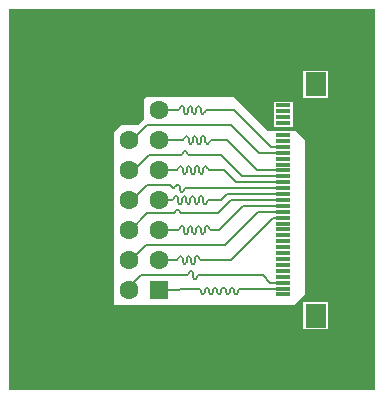
<source format=gtl>
G04*
G04 #@! TF.GenerationSoftware,Altium Limited,Altium Designer,21.4.1 (30)*
G04*
G04 Layer_Physical_Order=1*
G04 Layer_Color=255*
%FSLAX25Y25*%
%MOIN*%
G70*
G04*
G04 #@! TF.SameCoordinates,6122799F-D76E-4B8B-AD8C-C151083860E1*
G04*
G04*
G04 #@! TF.FilePolarity,Positive*
G04*
G01*
G75*
%ADD13R,0.05118X0.01181*%
%ADD14R,0.07087X0.07874*%
%ADD15C,0.06299*%
%ADD16R,0.06299X0.06299*%
%ADD17C,0.00598*%
%ADD18C,0.01181*%
%ADD19C,0.01968*%
G36*
X241000Y52500D02*
X119000D01*
Y179500D01*
X241000D01*
Y52500D01*
D02*
G37*
%LPC*%
G36*
X225279Y159118D02*
X216996D01*
Y150047D01*
X225279D01*
Y159118D01*
D02*
G37*
G36*
X213469Y148685D02*
X207154D01*
Y146307D01*
Y144339D01*
Y142370D01*
Y140402D01*
X213469D01*
Y142370D01*
Y144339D01*
Y146307D01*
Y148685D01*
D02*
G37*
G36*
X193000Y151000D02*
X165500D01*
X164000Y149500D01*
Y143000D01*
X162000Y141000D01*
X156500D01*
X154000Y138500D01*
Y81000D01*
X214000D01*
X217500Y84500D01*
Y136000D01*
X214657Y138843D01*
X205157D01*
X193000Y151000D01*
D02*
G37*
G36*
X225279Y81953D02*
X216996D01*
Y72882D01*
X225279D01*
Y81953D01*
D02*
G37*
%LPD*%
D13*
X210311Y147496D02*
D03*
Y145528D02*
D03*
Y139622D02*
D03*
Y137654D02*
D03*
Y131748D02*
D03*
Y129780D02*
D03*
Y123874D02*
D03*
Y121906D02*
D03*
Y116000D02*
D03*
Y112063D02*
D03*
Y110095D02*
D03*
Y104189D02*
D03*
Y102220D02*
D03*
Y96315D02*
D03*
Y94346D02*
D03*
Y84504D02*
D03*
Y86472D02*
D03*
Y88441D02*
D03*
Y90409D02*
D03*
Y92378D02*
D03*
Y98283D02*
D03*
Y100252D02*
D03*
Y106158D02*
D03*
Y108126D02*
D03*
Y114032D02*
D03*
Y117969D02*
D03*
Y119937D02*
D03*
Y125843D02*
D03*
Y127811D02*
D03*
Y133717D02*
D03*
Y135685D02*
D03*
Y141591D02*
D03*
Y143559D02*
D03*
D14*
X221138Y77417D02*
D03*
Y154583D02*
D03*
D15*
X169000Y146000D02*
D03*
X159000D02*
D03*
Y136000D02*
D03*
X169000D02*
D03*
X159000Y126000D02*
D03*
X169000D02*
D03*
X159000Y116000D02*
D03*
X169000D02*
D03*
X159000Y106000D02*
D03*
X169000D02*
D03*
X159000Y96000D02*
D03*
X169000D02*
D03*
X159000Y86000D02*
D03*
D16*
X169000D02*
D03*
D17*
X182268Y91000D02*
G03*
X181669Y90402I0J-598D01*
G01*
X181184Y89819D02*
G03*
X181669Y90304I0J485D01*
G01*
X180283D02*
G03*
X180769Y89819I485J0D01*
G01*
X180283Y91696D02*
G03*
X179798Y92181I-485J0D01*
G01*
X179383D02*
G03*
X178898Y91696I0J-485D01*
G01*
X178299Y91000D02*
G03*
X178898Y91598I0J598D01*
G01*
X195899Y86472D02*
G03*
X195301Y85874I0J-598D01*
G01*
X194816Y84720D02*
G03*
X195301Y85205I0J485D01*
G01*
X193915D02*
G03*
X194400Y84720I485J0D01*
G01*
X193915Y86199D02*
G03*
X193430Y86683I-485J0D01*
G01*
X193014D02*
G03*
X192529Y86199I0J-485D01*
G01*
X192044Y84720D02*
G03*
X192529Y85205I0J485D01*
G01*
X191143D02*
G03*
X191628Y84720I485J0D01*
G01*
X191143Y86199D02*
G03*
X190658Y86683I-485J0D01*
G01*
X190243D02*
G03*
X189758Y86199I0J-485D01*
G01*
X189272Y84720D02*
G03*
X189758Y85205I0J485D01*
G01*
X188372D02*
G03*
X188857Y84720I485J0D01*
G01*
X188372Y86199D02*
G03*
X187887Y86683I-485J0D01*
G01*
X187471D02*
G03*
X186986Y86199I0J-485D01*
G01*
X186501Y84720D02*
G03*
X186986Y85205I0J485D01*
G01*
X185600D02*
G03*
X186085Y84720I485J0D01*
G01*
X185600Y86199D02*
G03*
X185115Y86683I-485J0D01*
G01*
X184699D02*
G03*
X184214Y86199I0J-485D01*
G01*
X183729Y84720D02*
G03*
X184214Y85205I0J485D01*
G01*
X182828D02*
G03*
X183313Y84720I485J0D01*
G01*
X182828Y85874D02*
G03*
X182230Y86472I-598J0D01*
G01*
X182327Y96598D02*
G03*
X182925Y96000I598J0D01*
G01*
X182327Y96696D02*
G03*
X181842Y97181I-485J0D01*
G01*
X181426D02*
G03*
X180941Y96696I0J-485D01*
G01*
X180456Y94819D02*
G03*
X180941Y95304I0J485D01*
G01*
X179555D02*
G03*
X180040Y94819I485J0D01*
G01*
X179555Y96696D02*
G03*
X179070Y97181I-485J0D01*
G01*
X178654D02*
G03*
X178169Y96696I0J-485D01*
G01*
X177684Y94819D02*
G03*
X178169Y95304I0J485D01*
G01*
X176784D02*
G03*
X177269Y94819I485J0D01*
G01*
X176784Y96696D02*
G03*
X176298Y97181I-485J0D01*
G01*
X175883D02*
G03*
X175398Y96696I0J-485D01*
G01*
X174799Y96000D02*
G03*
X175398Y96598I0J598D01*
G01*
X185599Y106598D02*
G03*
X186197Y106000I598J0D01*
G01*
X185599Y106696D02*
G03*
X185114Y107181I-485J0D01*
G01*
X184698D02*
G03*
X184213Y106696I0J-485D01*
G01*
X183728Y104819D02*
G03*
X184213Y105304I0J485D01*
G01*
X182827D02*
G03*
X183312Y104819I485J0D01*
G01*
X182827Y106696D02*
G03*
X182342Y107181I-485J0D01*
G01*
X181926D02*
G03*
X181441Y106696I0J-485D01*
G01*
X180956Y104819D02*
G03*
X181441Y105304I0J485D01*
G01*
X180055D02*
G03*
X180540Y104819I485J0D01*
G01*
X180055Y106696D02*
G03*
X179570Y107181I-485J0D01*
G01*
X179154D02*
G03*
X178669Y106696I0J-485D01*
G01*
X178184Y104819D02*
G03*
X178669Y105304I0J485D01*
G01*
X177284D02*
G03*
X177769Y104819I485J0D01*
G01*
X177284Y106696D02*
G03*
X176798Y107181I-485J0D01*
G01*
X176383D02*
G03*
X175898Y106696I0J-485D01*
G01*
X175299Y106000D02*
G03*
X175898Y106598I0J598D01*
G01*
X175784Y112098D02*
G03*
X176382Y111500I598J0D01*
G01*
X175784Y112196D02*
G03*
X175299Y112681I-485J0D01*
G01*
X174883D02*
G03*
X174398Y112196I0J-485D01*
G01*
X173799Y111500D02*
G03*
X174398Y112098I0J598D01*
G01*
X185583Y116000D02*
G03*
X184984Y115402I0J-598D01*
G01*
X184499Y114819D02*
G03*
X184984Y115304I0J485D01*
G01*
X183598D02*
G03*
X184083Y114819I485J0D01*
G01*
X183598Y116696D02*
G03*
X183114Y117181I-485J0D01*
G01*
X182698D02*
G03*
X182213Y116696I0J-485D01*
G01*
X181728Y114819D02*
G03*
X182213Y115304I0J485D01*
G01*
X180827D02*
G03*
X181312Y114819I485J0D01*
G01*
X180827Y116696D02*
G03*
X180342Y117181I-485J0D01*
G01*
X179926D02*
G03*
X179441Y116696I0J-485D01*
G01*
X178956Y114819D02*
G03*
X179441Y115304I0J485D01*
G01*
X178055D02*
G03*
X178540Y114819I485J0D01*
G01*
X178055Y116696D02*
G03*
X177570Y117181I-485J0D01*
G01*
X177154D02*
G03*
X176669Y116696I0J-485D01*
G01*
X176184Y114819D02*
G03*
X176669Y115304I0J485D01*
G01*
X175284D02*
G03*
X175769Y114819I485J0D01*
G01*
X175284Y116696D02*
G03*
X174799Y117181I-485J0D01*
G01*
X174383D02*
G03*
X173898Y116696I0J-485D01*
G01*
X173299Y116000D02*
G03*
X173898Y116598I0J598D01*
G01*
X177831Y119937D02*
G03*
X177232Y119339I0J-598D01*
G01*
X176747Y118756D02*
G03*
X177232Y119241I0J485D01*
G01*
X175847D02*
G03*
X176331Y118756I485J0D01*
G01*
X175847Y120633D02*
G03*
X175361Y121118I-485J0D01*
G01*
X174946D02*
G03*
X174461Y120633I0J-485D01*
G01*
X173862Y119937D02*
G03*
X174461Y120536I0J598D01*
G01*
X185099Y126598D02*
G03*
X185697Y126000I598J0D01*
G01*
X185099Y126696D02*
G03*
X184614Y127181I-485J0D01*
G01*
X184198D02*
G03*
X183713Y126696I0J-485D01*
G01*
X183228Y124819D02*
G03*
X183713Y125304I0J485D01*
G01*
X182327D02*
G03*
X182812Y124819I485J0D01*
G01*
X182327Y126696D02*
G03*
X181842Y127181I-485J0D01*
G01*
X181426D02*
G03*
X180941Y126696I0J-485D01*
G01*
X180456Y124819D02*
G03*
X180941Y125304I0J485D01*
G01*
X179555D02*
G03*
X180040Y124819I485J0D01*
G01*
X179555Y126696D02*
G03*
X179070Y127181I-485J0D01*
G01*
X178654D02*
G03*
X178169Y126696I0J-485D01*
G01*
X177684Y124819D02*
G03*
X178169Y125304I0J485D01*
G01*
X176784D02*
G03*
X177269Y124819I485J0D01*
G01*
X176784Y126696D02*
G03*
X176298Y127181I-485J0D01*
G01*
X175883D02*
G03*
X175398Y126696I0J-485D01*
G01*
X174799Y126000D02*
G03*
X175398Y126598I0J598D01*
G01*
X178284Y131598D02*
G03*
X178882Y131000I598J0D01*
G01*
X178284Y131696D02*
G03*
X177798Y132181I-485J0D01*
G01*
X177383D02*
G03*
X176898Y131696I0J-485D01*
G01*
X176299Y131000D02*
G03*
X176898Y131598I0J598D01*
G01*
X186311Y136000D02*
G03*
X185713Y135402I0J-598D01*
G01*
X185228Y134819D02*
G03*
X185713Y135304I0J485D01*
G01*
X184327D02*
G03*
X184812Y134819I485J0D01*
G01*
X184327Y136696D02*
G03*
X183842Y137181I-485J0D01*
G01*
X183426D02*
G03*
X182941Y136696I0J-485D01*
G01*
X182456Y134819D02*
G03*
X182941Y135304I0J485D01*
G01*
X181555D02*
G03*
X182040Y134819I485J0D01*
G01*
X181555Y136696D02*
G03*
X181070Y137181I-485J0D01*
G01*
X180654D02*
G03*
X180169Y136696I0J-485D01*
G01*
X179684Y134819D02*
G03*
X180169Y135304I0J485D01*
G01*
X178784D02*
G03*
X179269Y134819I485J0D01*
G01*
X178784Y136696D02*
G03*
X178298Y137181I-485J0D01*
G01*
X177883D02*
G03*
X177398Y136696I0J-485D01*
G01*
X176799Y136000D02*
G03*
X177398Y136598I0J598D01*
G01*
X184811Y146000D02*
G03*
X184213Y145402I0J-598D01*
G01*
X183728Y144819D02*
G03*
X184213Y145304I0J485D01*
G01*
X182827D02*
G03*
X183312Y144819I485J0D01*
G01*
X182827Y146696D02*
G03*
X182342Y147181I-485J0D01*
G01*
X181926D02*
G03*
X181441Y146696I0J-485D01*
G01*
X180956Y144819D02*
G03*
X181441Y145304I0J485D01*
G01*
X180055D02*
G03*
X180540Y144819I485J0D01*
G01*
X180055Y146696D02*
G03*
X179570Y147181I-485J0D01*
G01*
X179154D02*
G03*
X178669Y146696I0J-485D01*
G01*
X178184Y144819D02*
G03*
X178669Y145304I0J485D01*
G01*
X177284D02*
G03*
X177769Y144819I485J0D01*
G01*
X177284Y146696D02*
G03*
X176798Y147181I-485J0D01*
G01*
X176383D02*
G03*
X175898Y146696I0J-485D01*
G01*
X175299Y146000D02*
G03*
X175898Y146598I0J598D01*
G01*
X182268Y91000D02*
X183500D01*
X181669Y90304D02*
Y90402D01*
X180769Y89819D02*
X181184D01*
X180283Y90304D02*
Y91696D01*
X179383Y92181D02*
X179798D01*
X178898Y91598D02*
Y91696D01*
X178000Y91000D02*
X178299D01*
X183500D02*
X203500D01*
X163000D02*
X178000D01*
X206059Y88441D02*
X210311D01*
X203500Y91000D02*
X206059Y88441D01*
X198909Y86472D02*
X210311D01*
X195899D02*
X198909D01*
X195301Y85205D02*
Y85874D01*
X194400Y84720D02*
X194816D01*
X193915Y85205D02*
Y86199D01*
X193014Y86683D02*
X193430D01*
X192529Y85205D02*
Y86199D01*
X191628Y84720D02*
X192044D01*
X191143Y85205D02*
Y86199D01*
X190243Y86683D02*
X190658D01*
X189758Y85205D02*
Y86199D01*
X188857Y84720D02*
X189272D01*
X188372Y85205D02*
Y86199D01*
X187471Y86683D02*
X187887D01*
X186986Y85205D02*
Y86199D01*
X186085Y84720D02*
X186501D01*
X185600Y85205D02*
Y86199D01*
X184699Y86683D02*
X185115D01*
X184214Y85205D02*
Y86199D01*
X183313Y84720D02*
X183729D01*
X182828Y85205D02*
Y85874D01*
X180545Y86472D02*
X182230D01*
X175972D02*
X180545D01*
X182925Y96000D02*
X184500D01*
X182327Y96598D02*
Y96696D01*
X181426Y97181D02*
X181842D01*
X180941Y95304D02*
Y96696D01*
X180040Y94819D02*
X180456D01*
X179555Y95304D02*
Y96696D01*
X178654Y97181D02*
X179070D01*
X178169Y95304D02*
Y96696D01*
X177269Y94819D02*
X177684D01*
X176784Y95304D02*
Y96696D01*
X175883Y97181D02*
X176298D01*
X175398Y96598D02*
Y96696D01*
X174500Y96000D02*
X174799D01*
X184500D02*
X193000D01*
X169000D02*
X174500D01*
X164500Y101000D02*
X191000D01*
X186197Y106000D02*
X187500D01*
X185599Y106598D02*
Y106696D01*
X184698Y107181D02*
X185114D01*
X184213Y105304D02*
Y106696D01*
X183312Y104819D02*
X183728D01*
X182827Y105304D02*
Y106696D01*
X181926Y107181D02*
X182342D01*
X181441Y105304D02*
Y106696D01*
X180540Y104819D02*
X180956D01*
X180055Y105304D02*
Y106696D01*
X179154Y107181D02*
X179570D01*
X178669Y105304D02*
Y106696D01*
X177769Y104819D02*
X178184D01*
X177284Y105304D02*
Y106696D01*
X176383Y107181D02*
X176798D01*
X175898Y106598D02*
Y106696D01*
X175000Y106000D02*
X175299D01*
X187500D02*
X189000D01*
X169000D02*
X175000D01*
X189000D02*
X197032Y114032D01*
X176382Y111500D02*
X178000D01*
X175784Y112098D02*
Y112196D01*
X174883Y112681D02*
X175299D01*
X174398Y112098D02*
Y112196D01*
X173500Y111500D02*
X173799D01*
X178000D02*
X188500D01*
X165000D02*
X173500D01*
X185583Y116000D02*
X187000D01*
X184984Y115304D02*
Y115402D01*
X184083Y114819D02*
X184499D01*
X183598Y115304D02*
Y116696D01*
X182698Y117181D02*
X183114D01*
X182213Y115304D02*
Y116696D01*
X181312Y114819D02*
X181728D01*
X180827Y115304D02*
Y116696D01*
X179926Y117181D02*
X180342D01*
X179441Y115304D02*
Y116696D01*
X178540Y114819D02*
X178956D01*
X178055Y115304D02*
Y116696D01*
X177154Y117181D02*
X177570D01*
X176669Y115304D02*
Y116696D01*
X175769Y114819D02*
X176184D01*
X175284Y115304D02*
Y116696D01*
X174383Y117181D02*
X174799D01*
X173898Y116598D02*
Y116696D01*
X173000Y116000D02*
X173299D01*
X187000D02*
X189500D01*
X169000D02*
X173000D01*
X191469Y117969D02*
X210311D01*
X189500Y116000D02*
X191469Y117969D01*
X177831Y119937D02*
X178784D01*
X177232Y119241D02*
Y119339D01*
X176331Y118756D02*
X176747D01*
X175847Y119241D02*
Y120633D01*
X174946Y121118D02*
X175361D01*
X174461Y120536D02*
Y120633D01*
X173563Y119937D02*
X173862D01*
X178784D02*
X210311D01*
X185697Y126000D02*
X187625D01*
X185099Y126598D02*
Y126696D01*
X184198Y127181D02*
X184614D01*
X183713Y125304D02*
Y126696D01*
X182812Y124819D02*
X183228D01*
X182327Y125304D02*
Y126696D01*
X181426Y127181D02*
X181842D01*
X180941Y125304D02*
Y126696D01*
X180040Y124819D02*
X180456D01*
X179555Y125304D02*
Y126696D01*
X178654Y127181D02*
X179070D01*
X178169Y125304D02*
Y126696D01*
X177269Y124819D02*
X177684D01*
X176784Y125304D02*
Y126696D01*
X175883Y127181D02*
X176298D01*
X175398Y126598D02*
Y126696D01*
X174500Y126000D02*
X174799D01*
X187625D02*
X190500D01*
X169000D02*
X174500D01*
X194594Y121906D02*
X210311D01*
X190500Y126000D02*
X194594Y121906D01*
X178882Y131000D02*
X181000D01*
X178284Y131598D02*
Y131696D01*
X177383Y132181D02*
X177798D01*
X176898Y131598D02*
Y131696D01*
X176000Y131000D02*
X176299D01*
X181000D02*
X189500D01*
X165500D02*
X176000D01*
X186311Y136000D02*
X188500D01*
X185713Y135304D02*
Y135402D01*
X184812Y134819D02*
X185228D01*
X184327Y135304D02*
Y136696D01*
X183426Y137181D02*
X183842D01*
X182941Y135304D02*
Y136696D01*
X182040Y134819D02*
X182456D01*
X181555Y135304D02*
Y136696D01*
X180654Y137181D02*
X181070D01*
X180169Y135304D02*
Y136696D01*
X179269Y134819D02*
X179684D01*
X178784Y135304D02*
Y136696D01*
X177883Y137181D02*
X178298D01*
X177398Y136598D02*
Y136696D01*
X176500Y136000D02*
X176799D01*
X188500D02*
X191500D01*
X169000D02*
X176500D01*
X165000Y141000D02*
X193000D01*
X184811Y146000D02*
X186000D01*
X184213Y145304D02*
Y145402D01*
X183312Y144819D02*
X183728D01*
X182827Y145304D02*
Y146696D01*
X181926Y147181D02*
X182342D01*
X181441Y145304D02*
Y146696D01*
X180540Y144819D02*
X180956D01*
X180055Y145304D02*
Y146696D01*
X179154Y147181D02*
X179570D01*
X178669Y145304D02*
Y146696D01*
X177769Y144819D02*
X178184D01*
X177284Y145304D02*
Y146696D01*
X176383Y147181D02*
X176798D01*
X175898Y146598D02*
Y146696D01*
X175000Y146000D02*
X175299D01*
X186000D02*
X194000D01*
X169000D02*
X175000D01*
X189500Y131000D02*
X196626Y123874D01*
X210311D01*
X201657Y125843D02*
X210311D01*
X191500Y136000D02*
X201657Y125843D01*
X193000Y141000D02*
X202252Y131748D01*
X210311D01*
X206283Y133717D02*
X210311D01*
X194000Y146000D02*
X206283Y133717D01*
X193000Y116000D02*
X210311D01*
X188500Y111500D02*
X193000Y116000D01*
X197032Y114032D02*
X210311D01*
X191000Y101000D02*
X202063Y112063D01*
X210311D01*
X207095Y110095D02*
X210311D01*
X193000Y96000D02*
X207095Y110095D01*
X160500Y126000D02*
X165500Y131000D01*
X159000Y126000D02*
X160500D01*
X159000Y136000D02*
X160000D01*
X165000Y141000D01*
X159000Y116000D02*
X160000D01*
X165000Y121000D01*
X159000Y106000D02*
X159500D01*
X165000Y111500D01*
X159500Y96000D02*
X164500Y101000D01*
X159000Y96000D02*
X159500D01*
X159000Y86000D02*
Y87000D01*
X163000Y91000D01*
X169000Y86000D02*
X175500D01*
X175972Y86472D01*
X165000Y121000D02*
X172500D01*
X173563Y119937D01*
D18*
X210311Y139622D02*
X214878D01*
X215000Y139500D01*
X164000Y151000D02*
X195500D01*
X206878Y139622D02*
X210311D01*
X195500Y151000D02*
X206878Y139622D01*
X159000Y146000D02*
X164000Y151000D01*
D19*
X235000Y170000D02*
D03*
X230000Y160000D02*
D03*
X235000Y150000D02*
D03*
X230000Y140000D02*
D03*
X235000Y130000D02*
D03*
X230000Y120000D02*
D03*
X235000Y110000D02*
D03*
X230000Y100000D02*
D03*
X235000Y90000D02*
D03*
X230000Y80000D02*
D03*
X235000Y70000D02*
D03*
X230000Y60000D02*
D03*
X225000Y170000D02*
D03*
X220000Y140000D02*
D03*
X225000Y130000D02*
D03*
X220000Y120000D02*
D03*
X225000Y110000D02*
D03*
X220000Y100000D02*
D03*
X225000Y90000D02*
D03*
Y70000D02*
D03*
X220000Y60000D02*
D03*
X215000Y170000D02*
D03*
X210000Y160000D02*
D03*
X215000Y150000D02*
D03*
Y70000D02*
D03*
X210000Y60000D02*
D03*
X205000Y170000D02*
D03*
X200000Y160000D02*
D03*
X205000Y150000D02*
D03*
Y70000D02*
D03*
X200000Y60000D02*
D03*
X195000Y170000D02*
D03*
X190000Y160000D02*
D03*
X195000Y70000D02*
D03*
X190000Y60000D02*
D03*
X185000Y170000D02*
D03*
X180000Y160000D02*
D03*
X185000Y70000D02*
D03*
X180000Y60000D02*
D03*
X175000Y170000D02*
D03*
X170000Y160000D02*
D03*
X175000Y70000D02*
D03*
X170000Y60000D02*
D03*
X165000Y170000D02*
D03*
X160000Y160000D02*
D03*
X165000Y70000D02*
D03*
X160000Y60000D02*
D03*
X155000Y170000D02*
D03*
X150000Y160000D02*
D03*
X155000Y150000D02*
D03*
X150000Y140000D02*
D03*
Y120000D02*
D03*
Y100000D02*
D03*
Y80000D02*
D03*
X155000Y70000D02*
D03*
X150000Y60000D02*
D03*
X145000Y170000D02*
D03*
X140000Y160000D02*
D03*
X145000Y150000D02*
D03*
X140000Y140000D02*
D03*
X145000Y130000D02*
D03*
X140000Y120000D02*
D03*
X145000Y110000D02*
D03*
X140000Y100000D02*
D03*
X145000Y90000D02*
D03*
X140000Y80000D02*
D03*
X145000Y70000D02*
D03*
X140000Y60000D02*
D03*
X135000Y170000D02*
D03*
X130000Y160000D02*
D03*
X135000Y150000D02*
D03*
X130000Y140000D02*
D03*
X135000Y130000D02*
D03*
X130000Y120000D02*
D03*
X135000Y110000D02*
D03*
X130000Y100000D02*
D03*
X135000Y90000D02*
D03*
X130000Y80000D02*
D03*
X135000Y70000D02*
D03*
X130000Y60000D02*
D03*
X125000Y170000D02*
D03*
Y150000D02*
D03*
Y130000D02*
D03*
Y110000D02*
D03*
Y90000D02*
D03*
Y70000D02*
D03*
X215000Y139500D02*
D03*
M02*

</source>
